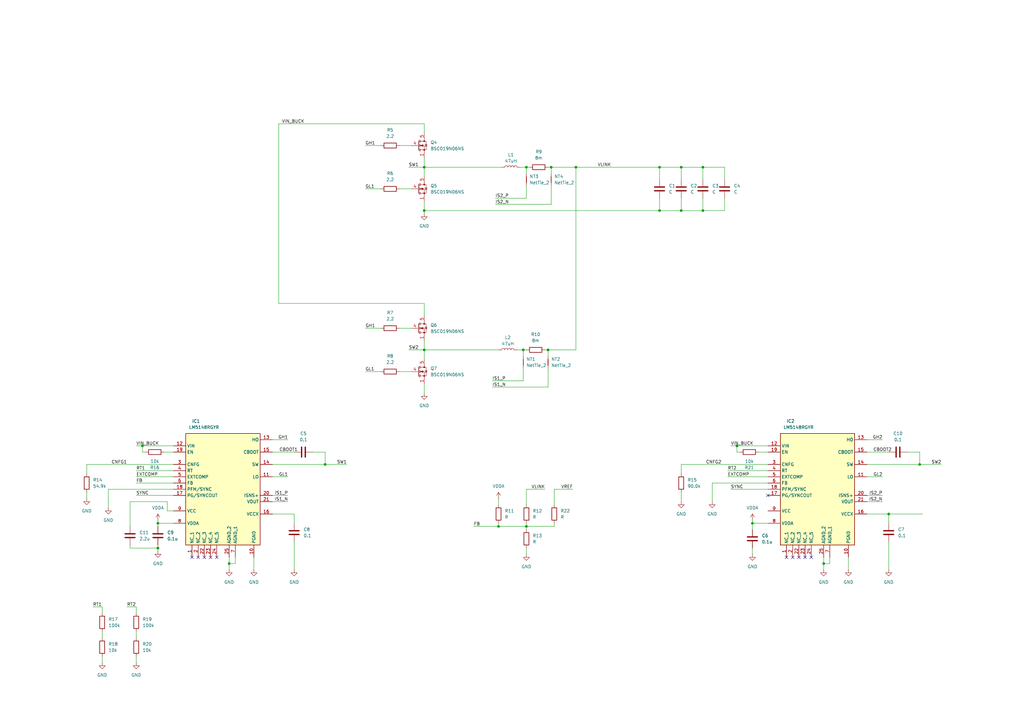
<source format=kicad_sch>
(kicad_sch (version 20250114) (generator "eeschema") (generator_version "9.0")
  (paper "A3")
  (lib_symbols
    (symbol "03_GenericPassives:Cap_0603" (pin_numbers (hide yes)) (pin_names (offset 0))
      (property "Reference" "C" (at 2.032 0 90))
      (property "Value" "C" (at 0 0 90))
      (symbol "Cap_0603_0_1"
        (polyline (pts (xy -2.032 0.762) (xy 2.032 0.762)) (stroke (width 0.508)))
        (polyline (pts (xy -2.032 -0.762) (xy 2.032 -0.762)) (stroke (width 0.508)))
      )
      (symbol "Cap_0603_1_1"
        (pin passive line (at 0 3.81 270) (length 2.794) (name "~") (number "1"))
        (pin passive line (at 0 -3.81 90) (length 2.794) (name "~") (number "2"))
      )
    )
    (symbol "03_GenericPassives:Cap_0805" (pin_numbers (hide yes)) (pin_names (offset 0))
      (property "Reference" "C" (at 2.032 0 90))
      (property "Value" "C" (at 0 0 90))
      (symbol "Cap_0805_0_1"
        (polyline (pts (xy -2.032 0.762) (xy 2.032 0.762)) (stroke (width 0.508)))
        (polyline (pts (xy -2.032 -0.762) (xy 2.032 -0.762)) (stroke (width 0.508)))
      )
      (symbol "Cap_0805_1_1"
        (pin passive line (at 0 3.81 270) (length 2.794) (name "~") (number "1"))
        (pin passive line (at 0 -3.81 90) (length 2.794) (name "~") (number "2"))
      )
    )
    (symbol "03_GenericPassives:Res_0603" (pin_numbers (hide yes)) (pin_names (offset 0))
      (property "Reference" "R" (at 2.032 0 90))
      (property "Value" "R" (at 0 0 90))
      (symbol "Res_0603_0_1"
        (rectangle (start -1.016 -2.54) (end 1.016 2.54) (stroke (width 0.254)))
      )
      (symbol "Res_0603_1_1"
        (pin passive line (at 0 3.81 270) (length 1.27) (name "~") (number "1"))
        (pin passive line (at 0 -3.81 90) (length 1.27) (name "~") (number "2"))
      )
    )
    (symbol "03_GenericPassives:Res_0805" (pin_numbers (hide yes)) (pin_names (offset 0))
      (property "Reference" "R" (at 2.032 0 90))
      (property "Value" "R" (at 0 0 90))
      (symbol "Res_0805_0_1"
        (rectangle (start -1.016 -2.54) (end 1.016 2.54) (stroke (width 0.254)))
      )
      (symbol "Res_0805_1_1"
        (pin passive line (at 0 3.81 270) (length 1.27) (name "~") (number "1"))
        (pin passive line (at 0 -3.81 90) (length 1.27) (name "~") (number "2"))
      )
    )
    (symbol "Device:C" (pin_numbers (hide yes)) (pin_names (offset 0.254))
      (property "Reference" "C" (at 0.635 2.54 0))
      (property "Value" "C" (at 0.635 -2.54 0))
      (symbol "C_0_1"
        (polyline (pts (xy -2.032 0.762) (xy 2.032 0.762)) (stroke (width 0.508)))
        (polyline (pts (xy -2.032 -0.762) (xy 2.032 -0.762)) (stroke (width 0.508)))
      )
      (symbol "C_1_1"
        (pin passive line (at 0 3.81 270) (length 2.794) (name "~") (number "1"))
        (pin passive line (at 0 -3.81 90) (length 2.794) (name "~") (number "2"))
      )
    )
    (symbol "Device:L" (pin_numbers (hide yes)) (pin_names (offset 1.016) (hide yes))
      (property "Reference" "L" (at -1.27 0 90))
      (property "Value" "L" (at 1.905 0 90))
      (symbol "L_0_1"
        (arc (start 0 2.54) (mid 0.6323 1.905) (end 0 1.27))
        (arc (start 0 1.27) (mid 0.6323 0.635) (end 0 0))
        (arc (start 0 0) (mid 0.6323 -0.635) (end 0 -1.27))
        (arc (start 0 -1.27) (mid 0.6323 -1.905) (end 0 -2.54))
      )
      (symbol "L_1_1"
        (pin passive line (at 0 3.81 270) (length 1.27) (name "1") (number "1"))
        (pin passive line (at 0 -3.81 90) (length 1.27) (name "2") (number "2"))
      )
    )
    (symbol "Device:NetTie_2" (pin_numbers (hide yes)) (pin_names (offset 0) (hide yes)) (in_bom no)
      (property "Reference" "NT" (at 0 1.27 0))
      (property "Value" "NetTie_2" (at 0 -1.27 0))
      (symbol "NetTie_2_0_1"
        (polyline (pts (xy -1.27 0) (xy 1.27 0)) (stroke (width 0.254)))
      )
      (symbol "NetTie_2_1_1"
        (pin passive line (at -2.54 0 0) (length 2.54) (name "1") (number "1"))
        (pin passive line (at 2.54 0 180) (length 2.54) (name "2") (number "2"))
      )
    )
    (symbol "Device:R" (pin_numbers (hide yes)) (pin_names (offset 0))
      (property "Reference" "R" (at 2.032 0 90))
      (property "Value" "R" (at 0 0 90))
      (symbol "R_0_1"
        (rectangle (start -1.016 -2.54) (end 1.016 2.54) (stroke (width 0.254)))
      )
      (symbol "R_1_1"
        (pin passive line (at 0 3.81 270) (length 1.27) (name "~") (number "1"))
        (pin passive line (at 0 -3.81 90) (length 1.27) (name "~") (number "2"))
      )
    )
    (symbol "SamacSys:BSC019N06NS"
      (property "Reference" "Q" (at 8.89 6.35 0))
      (property "Value" "BSC019N06NS" (at 8.89 3.81 0))
      (symbol "BSC019N06NS_0_1"
        (polyline (pts (xy 2.794 1.905) (xy 2.794 -1.905)) (stroke (width 0.254)))
        (polyline (pts (xy 3.302 2.286) (xy 3.302 1.27)) (stroke (width 0.254)))
        (polyline (pts (xy 3.302 0.508) (xy 3.302 -0.508)) (stroke (width 0.254)))
        (polyline (pts (xy 3.302 -1.27) (xy 3.302 -2.286)) (stroke (width 0.254)))
        (polyline (pts (xy 3.302 -1.778) (xy 5.842 -1.778) (xy 5.842 1.778) (xy 3.302 1.778)))
        (polyline (pts (xy 3.556 0) (xy 4.572 0.381) (xy 4.572 -0.381) (xy 3.556 0)) (fill (type outline)))
        (polyline (pts (xy 5.08 2.54) (xy 5.08 1.778)))
        (circle (center 5.08 1.778) (radius 0.254) (fill (type outline)))
        (circle (center 5.08 -1.778) (radius 0.254) (fill (type outline)))
        (polyline (pts (xy 5.08 -2.54) (xy 5.08 0) (xy 3.302 0)))
        (polyline (pts (xy 5.334 0.508) (xy 5.461 0.381) (xy 6.223 0.381) (xy 6.35 0.254)))
        (polyline (pts (xy 5.842 0.381) (xy 5.461 -0.254) (xy 6.223 -0.254) (xy 5.842 0.381)))
      )
      (symbol "BSC019N06NS_1_1"
        (pin passive line (at 0 0 0) (length 2.54) (name "") (number "4"))
        (pin passive line (at 5.08 5.08 270) (length 2.54) (name "") (number "5"))
        (pin passive line (at 5.08 5.08 270) (length 2.54) (hide yes) (name "D_2") (number "6"))
        (pin passive line (at 5.08 5.08 270) (length 2.54) (hide yes) (name "D_3") (number "7"))
        (pin passive line (at 5.08 5.08 270) (length 2.54) (hide yes) (name "D_4") (number "8"))
        (pin passive line (at 5.08 5.08 270) (length 2.54) (hide yes) (name "D_5") (number "9"))
        (pin passive line (at 5.08 -5.08 90) (length 2.54) (name "") (number "1"))
        (pin passive line (at 5.08 -5.08 90) (length 2.54) (hide yes) (name "S_4") (number "10"))
        (pin passive line (at 5.08 -5.08 90) (length 2.54) (hide yes) (name "S_2") (number "2"))
        (pin passive line (at 5.08 -5.08 90) (length 2.54) (hide yes) (name "S_3") (number "3"))
      )
    )
    (symbol "SamacSys:LM5148RGYR"
      (property "Reference" "IC" (at 5.08 17.78 0))
      (property "Value" "LM5148RGYR" (at 5.08 15.24 0))
      (symbol "LM5148RGYR_1_1"
        (rectangle (start 5.08 12.7) (end 35.56 -33.02) (stroke (width 0.254)) (fill (type background)))
        (pin passive line (at 0 7.62 0) (length 5.08) (name "VIN") (number "12"))
        (pin passive line (at 0 5.08 0) (length 5.08) (name "EN") (number "19"))
        (pin passive line (at 0 0 0) (length 5.08) (name "CNFG") (number "3"))
        (pin passive line (at 0 -2.54 0) (length 5.08) (name "RT") (number "4"))
        (pin passive line (at 0 -5.08 0) (length 5.08) (name "EXTCOMP") (number "5"))
        (pin passive line (at 0 -7.62 0) (length 5.08) (name "FB") (number "6"))
        (pin passive line (at 0 -10.16 0) (length 5.08) (name "PFM/SYNC") (number "18"))
        (pin passive line (at 0 -12.7 0) (length 5.08) (name "PG/SYNCOUT") (number "17"))
        (pin passive line (at 0 -19.05 0) (length 5.08) (name "VCC") (number "9"))
        (pin passive line (at 0 -24.13 0) (length 5.08) (name "VDDA") (number "8"))
        (pin passive line (at 7.62 -38.1 90) (length 5.08) (name "NC_1") (number "1"))
        (pin passive line (at 10.16 -38.1 90) (length 5.08) (name "NC_2") (number "2"))
        (pin passive line (at 12.7 -38.1 90) (length 5.08) (name "NC_3") (number "22"))
        (pin passive line (at 15.24 -38.1 90) (length 5.08) (name "NC_4") (number "23"))
        (pin passive line (at 17.78 -38.1 90) (length 5.08) (name "NC_5") (number "24"))
        (pin passive line (at 22.86 -38.1 90) (length 5.08) (name "AGND_2") (number "25"))
        (pin passive line (at 25.4 -38.1 90) (length 5.08) (name "AGND_1") (number "7"))
        (pin passive line (at 33.02 -38.1 90) (length 5.08) (name "PGND") (number "10"))
        (pin passive line (at 40.64 10.16 180) (length 5.08) (name "HO") (number "13"))
        (pin passive line (at 40.64 5.08 180) (length 5.08) (name "CBOOT") (number "15"))
        (pin passive line (at 40.64 0 180) (length 5.08) (name "SW") (number "14"))
        (pin passive line (at 40.64 -5.08 180) (length 5.08) (name "LO") (number "11"))
        (pin passive line (at 40.64 -12.7 180) (length 5.08) (name "ISNS+") (number "20"))
        (pin passive line (at 40.64 -15.24 180) (length 5.08) (name "VOUT") (number "21"))
        (pin passive line (at 40.64 -20.32 180) (length 5.08) (name "VCCX") (number "16"))
      )
    )
    (symbol "power:GND" (power) (pin_numbers (hide yes)) (pin_names (offset 0) (hide yes))
      (property "Value" "GND" (at 0 -3.81 0))
      (symbol "GND_0_1"
        (polyline (pts (xy 0 0) (xy 0 -1.27) (xy 1.27 -1.27) (xy 0 -2.54) (xy -1.27 -1.27) (xy 0 -1.27)))
      )
      (symbol "GND_1_1"
        (pin power_in line (at 0 0 270) (length 0) (name "~") (number "1"))
      )
    )
    (symbol "power:VDDA" (power) (pin_numbers (hide yes)) (pin_names (offset 0) (hide yes))
      (property "Value" "VDDA" (at 0 3.556 0))
      (symbol "VDDA_0_1"
        (polyline (pts (xy -0.762 1.27) (xy 0 2.54)))
        (polyline (pts (xy 0 2.54) (xy 0.762 1.27)))
        (polyline (pts (xy 0 0) (xy 0 2.54)))
      )
      (symbol "VDDA_1_1"
        (pin power_in line (at 0 0 90) (length 0) (name "~") (number "1"))
      )
    )
  )
  (junction (at 173.99 68.58))
  (junction (at 236.22 68.58))
  (junction (at 226.06 68.58))
  (junction (at 215.9 68.58))
  (junction (at 133.35 190.5))
  (junction (at 377.19 190.5))
  (junction (at 204.47 215.9))
  (junction (at 64.77 224.79))
  (junction (at 58.42 182.88))
  (junction (at 173.99 86.36))
  (junction (at 270.51 86.36))
  (junction (at 224.79 143.51))
  (junction (at 93.98 231.14))
  (junction (at 279.4 86.36))
  (junction (at 288.29 68.58))
  (junction (at 288.29 86.36))
  (junction (at 64.77 214.63))
  (junction (at 279.4 68.58))
  (junction (at 308.61 214.63))
  (junction (at 270.51 68.58))
  (junction (at 173.99 143.51))
  (junction (at 302.26 182.88))
  (junction (at 337.82 231.14))
  (junction (at 215.9 215.9))
  (junction (at 364.49 210.82))
  (junction (at 214.63 143.51))
  (no_connect (at 332.74 228.6))
  (no_connect (at 330.2 228.6))
  (no_connect (at 81.28 228.6))
  (no_connect (at 88.9 228.6))
  (no_connect (at 325.12 228.6))
  (no_connect (at 327.66 228.6))
  (no_connect (at 314.96 203.2))
  (no_connect (at 322.58 228.6))
  (no_connect (at 78.74 228.6))
  (no_connect (at 86.36 228.6))
  (no_connect (at 83.82 228.6))
  (wire (pts (xy 64.77 223.52) (xy 64.77 224.79)))
  (wire (pts (xy 149.86 152.4) (xy 156.21 152.4)))
  (wire (pts (xy 111.76 203.2) (xy 118.11 203.2)))
  (wire (pts (xy 337.82 231.14) (xy 340.36 231.14)))
  (wire (pts (xy 298.45 195.58) (xy 314.96 195.58)))
  (wire (pts (xy 223.52 143.51) (xy 224.79 143.51)))
  (wire (pts (xy 64.77 224.79) (xy 64.77 226.06)))
  (wire (pts (xy 355.6 203.2) (xy 361.95 203.2)))
  (wire (pts (xy 364.49 210.82) (xy 378.46 210.82)))
  (wire (pts (xy 163.83 59.69) (xy 168.91 59.69)))
  (wire (pts (xy 337.82 231.14) (xy 337.82 233.68)))
  (wire (pts (xy 55.88 198.12) (xy 71.12 198.12)))
  (wire (pts (xy 173.99 143.51) (xy 204.47 143.51)))
  (wire (pts (xy 292.1 198.12) (xy 292.1 205.74)))
  (wire (pts (xy 111.76 185.42) (xy 120.65 185.42)))
  (wire (pts (xy 372.11 185.42) (xy 377.19 185.42)))
  (wire (pts (xy 41.91 259.08) (xy 41.91 261.62)))
  (wire (pts (xy 203.2 81.28) (xy 215.9 81.28)))
  (wire (pts (xy 173.99 68.58) (xy 205.74 68.58)))
  (wire (pts (xy 71.12 200.66) (xy 44.45 200.66)))
  (wire (pts (xy 215.9 68.58) (xy 217.17 68.58)))
  (wire (pts (xy 355.6 195.58) (xy 361.95 195.58)))
  (wire (pts (xy 114.3 50.8) (xy 173.99 50.8)))
  (wire (pts (xy 64.77 214.63) (xy 64.77 215.9)))
  (wire (pts (xy 314.96 198.12) (xy 292.1 198.12)))
  (wire (pts (xy 44.45 200.66) (xy 44.45 208.28)))
  (wire (pts (xy 133.35 185.42) (xy 133.35 190.5)))
  (wire (pts (xy 68.58 205.74) (xy 68.58 209.55)))
  (wire (pts (xy 55.88 182.88) (xy 58.42 182.88)))
  (wire (pts (xy 298.45 193.04) (xy 314.96 193.04)))
  (wire (pts (xy 215.9 215.9) (xy 215.9 217.17)))
  (wire (pts (xy 173.99 157.48) (xy 173.99 161.29)))
  (wire (pts (xy 173.99 143.51) (xy 173.99 139.7)))
  (wire (pts (xy 163.83 134.62) (xy 168.91 134.62)))
  (wire (pts (xy 303.53 185.42) (xy 302.26 185.42)))
  (wire (pts (xy 347.98 228.6) (xy 347.98 233.68)))
  (wire (pts (xy 226.06 68.58) (xy 226.06 71.12)))
  (wire (pts (xy 224.79 143.51) (xy 236.22 143.51)))
  (wire (pts (xy 173.99 68.58) (xy 173.99 72.39)))
  (wire (pts (xy 93.98 231.14) (xy 96.52 231.14)))
  (wire (pts (xy 302.26 182.88) (xy 314.96 182.88)))
  (wire (pts (xy 226.06 76.2) (xy 226.06 83.82)))
  (wire (pts (xy 308.61 224.79) (xy 308.61 227.33)))
  (wire (pts (xy 311.15 185.42) (xy 314.96 185.42)))
  (wire (pts (xy 55.88 193.04) (xy 71.12 193.04)))
  (wire (pts (xy 111.76 190.5) (xy 133.35 190.5)))
  (wire (pts (xy 308.61 214.63) (xy 314.96 214.63)))
  (wire (pts (xy 297.18 68.58) (xy 288.29 68.58)))
  (wire (pts (xy 355.6 210.82) (xy 364.49 210.82)))
  (wire (pts (xy 224.79 143.51) (xy 224.79 146.05)))
  (wire (pts (xy 226.06 68.58) (xy 236.22 68.58)))
  (wire (pts (xy 96.52 228.6) (xy 96.52 231.14)))
  (wire (pts (xy 224.79 68.58) (xy 226.06 68.58)))
  (wire (pts (xy 270.51 81.28) (xy 270.51 86.36)))
  (wire (pts (xy 279.4 68.58) (xy 279.4 73.66)))
  (wire (pts (xy 111.76 180.34) (xy 118.11 180.34)))
  (wire (pts (xy 173.99 124.46) (xy 114.3 124.46)))
  (wire (pts (xy 236.22 68.58) (xy 236.22 143.51)))
  (wire (pts (xy 173.99 86.36) (xy 270.51 86.36)))
  (wire (pts (xy 68.58 209.55) (xy 71.12 209.55)))
  (wire (pts (xy 111.76 195.58) (xy 118.11 195.58)))
  (wire (pts (xy 288.29 73.66) (xy 288.29 68.58)))
  (wire (pts (xy 194.31 215.9) (xy 204.47 215.9)))
  (wire (pts (xy 149.86 59.69) (xy 156.21 59.69)))
  (wire (pts (xy 355.6 185.42) (xy 364.49 185.42)))
  (wire (pts (xy 173.99 129.54) (xy 173.99 124.46)))
  (wire (pts (xy 128.27 185.42) (xy 133.35 185.42)))
  (wire (pts (xy 204.47 215.9) (xy 215.9 215.9)))
  (wire (pts (xy 67.31 185.42) (xy 71.12 185.42)))
  (wire (pts (xy 111.76 205.74) (xy 118.11 205.74)))
  (wire (pts (xy 223.52 200.66) (xy 215.9 200.66)))
  (wire (pts (xy 215.9 214.63) (xy 215.9 215.9)))
  (wire (pts (xy 104.14 228.6) (xy 104.14 233.68)))
  (wire (pts (xy 53.34 205.74) (xy 53.34 215.9)))
  (wire (pts (xy 58.42 182.88) (xy 71.12 182.88)))
  (wire (pts (xy 167.64 68.58) (xy 173.99 68.58)))
  (wire (pts (xy 297.18 81.28) (xy 297.18 86.36)))
  (wire (pts (xy 173.99 143.51) (xy 173.99 147.32)))
  (wire (pts (xy 364.49 210.82) (xy 364.49 214.63)))
  (wire (pts (xy 133.35 190.5) (xy 142.24 190.5)))
  (wire (pts (xy 224.79 151.13) (xy 224.79 158.75)))
  (wire (pts (xy 314.96 190.5) (xy 279.4 190.5)))
  (wire (pts (xy 93.98 231.14) (xy 93.98 233.68)))
  (wire (pts (xy 234.95 200.66) (xy 227.33 200.66)))
  (wire (pts (xy 340.36 228.6) (xy 340.36 231.14)))
  (wire (pts (xy 35.56 190.5) (xy 35.56 194.31)))
  (wire (pts (xy 52.07 248.92) (xy 55.88 248.92)))
  (wire (pts (xy 68.58 205.74) (xy 53.34 205.74)))
  (wire (pts (xy 53.34 223.52) (xy 53.34 224.79)))
  (wire (pts (xy 227.33 215.9) (xy 215.9 215.9)))
  (wire (pts (xy 64.77 214.63) (xy 71.12 214.63)))
  (wire (pts (xy 55.88 195.58) (xy 71.12 195.58)))
  (wire (pts (xy 270.51 68.58) (xy 270.51 73.66)))
  (wire (pts (xy 227.33 214.63) (xy 227.33 215.9)))
  (wire (pts (xy 41.91 248.92) (xy 41.91 251.46)))
  (wire (pts (xy 173.99 64.77) (xy 173.99 68.58)))
  (wire (pts (xy 201.93 158.75) (xy 224.79 158.75)))
  (wire (pts (xy 201.93 156.21) (xy 214.63 156.21)))
  (wire (pts (xy 173.99 86.36) (xy 173.99 87.63)))
  (wire (pts (xy 297.18 73.66) (xy 297.18 68.58)))
  (wire (pts (xy 236.22 68.58) (xy 270.51 68.58)))
  (wire (pts (xy 120.65 210.82) (xy 120.65 214.63)))
  (wire (pts (xy 308.61 214.63) (xy 308.61 217.17)))
  (wire (pts (xy 377.19 190.5) (xy 386.08 190.5)))
  (wire (pts (xy 299.72 182.88) (xy 302.26 182.88)))
  (wire (pts (xy 215.9 200.66) (xy 215.9 207.01)))
  (wire (pts (xy 167.64 143.51) (xy 173.99 143.51)))
  (wire (pts (xy 120.65 222.25) (xy 120.65 233.68)))
  (wire (pts (xy 377.19 185.42) (xy 377.19 190.5)))
  (wire (pts (xy 149.86 134.62) (xy 156.21 134.62)))
  (wire (pts (xy 215.9 76.2) (xy 215.9 81.28)))
  (wire (pts (xy 59.69 185.42) (xy 58.42 185.42)))
  (wire (pts (xy 212.09 143.51) (xy 214.63 143.51)))
  (wire (pts (xy 215.9 224.79) (xy 215.9 227.33)))
  (wire (pts (xy 215.9 68.58) (xy 215.9 71.12)))
  (wire (pts (xy 337.82 228.6) (xy 337.82 231.14)))
  (wire (pts (xy 288.29 86.36) (xy 279.4 86.36)))
  (wire (pts (xy 111.76 210.82) (xy 120.65 210.82)))
  (wire (pts (xy 297.18 86.36) (xy 288.29 86.36)))
  (wire (pts (xy 288.29 68.58) (xy 279.4 68.58)))
  (wire (pts (xy 308.61 213.36) (xy 308.61 214.63)))
  (wire (pts (xy 55.88 269.24) (xy 55.88 271.78)))
  (wire (pts (xy 279.4 190.5) (xy 279.4 194.31)))
  (wire (pts (xy 41.91 269.24) (xy 41.91 271.78)))
  (wire (pts (xy 270.51 68.58) (xy 279.4 68.58)))
  (wire (pts (xy 214.63 151.13) (xy 214.63 156.21)))
  (wire (pts (xy 114.3 124.46) (xy 114.3 50.8)))
  (wire (pts (xy 163.83 152.4) (xy 168.91 152.4)))
  (wire (pts (xy 71.12 190.5) (xy 35.56 190.5)))
  (wire (pts (xy 355.6 180.34) (xy 361.95 180.34)))
  (wire (pts (xy 38.1 248.92) (xy 41.91 248.92)))
  (wire (pts (xy 204.47 214.63) (xy 204.47 215.9)))
  (wire (pts (xy 53.34 224.79) (xy 64.77 224.79)))
  (wire (pts (xy 214.63 143.51) (xy 215.9 143.51)))
  (wire (pts (xy 163.83 77.47) (xy 168.91 77.47)))
  (wire (pts (xy 55.88 203.2) (xy 71.12 203.2)))
  (wire (pts (xy 64.77 213.36) (xy 64.77 214.63)))
  (wire (pts (xy 270.51 86.36) (xy 279.4 86.36)))
  (wire (pts (xy 55.88 248.92) (xy 55.88 251.46)))
  (wire (pts (xy 288.29 81.28) (xy 288.29 86.36)))
  (wire (pts (xy 364.49 222.25) (xy 364.49 233.68)))
  (wire (pts (xy 173.99 82.55) (xy 173.99 86.36)))
  (wire (pts (xy 355.6 190.5) (xy 377.19 190.5)))
  (wire (pts (xy 299.72 200.66) (xy 314.96 200.66)))
  (wire (pts (xy 35.56 201.93) (xy 35.56 204.47)))
  (wire (pts (xy 204.47 204.47) (xy 204.47 207.01)))
  (wire (pts (xy 302.26 185.42) (xy 302.26 182.88)))
  (wire (pts (xy 203.2 83.82) (xy 226.06 83.82)))
  (wire (pts (xy 93.98 228.6) (xy 93.98 231.14)))
  (wire (pts (xy 173.99 50.8) (xy 173.99 54.61)))
  (wire (pts (xy 355.6 205.74) (xy 361.95 205.74)))
  (wire (pts (xy 214.63 143.51) (xy 214.63 146.05)))
  (wire (pts (xy 213.36 68.58) (xy 215.9 68.58)))
  (wire (pts (xy 58.42 185.42) (xy 58.42 182.88)))
  (wire (pts (xy 279.4 81.28) (xy 279.4 86.36)))
  (wire (pts (xy 55.88 259.08) (xy 55.88 261.62)))
  (wire (pts (xy 279.4 201.93) (xy 279.4 205.74)))
  (wire (pts (xy 227.33 200.66) (xy 227.33 207.01)))
  (wire (pts (xy 149.86 77.47) (xy 156.21 77.47)))
  (label "RT1" (at 55.88 193.04 0))
  (label "GL1" (at 118.11 195.58 180))
  (label "RT1" (at 38.1 248.92 0))
  (label "GL1" (at 149.86 152.4 0))
  (label "EXTCOMP" (at 55.88 195.58 0))
  (label "IS1_N" (at 201.93 158.75 0))
  (label "IS1_N" (at 118.11 205.74 180))
  (label "VLINK" (at 223.52 200.66 180))
  (label "FB" (at 55.88 198.12 0))
  (label "SW2" (at 386.08 190.5 180))
  (label "CNFG1" (at 52.07 190.5 180))
  (label "VIN_BUCK" (at 55.88 182.88 0))
  (label "GH2" (at 361.95 180.34 180))
  (label "VIN_BUCK" (at 299.72 182.88 0))
  (label "IS1_P" (at 118.11 203.2 180))
  (label "IS2_N" (at 361.95 205.74 180))
  (label "EXTCOMP" (at 298.45 195.58 0))
  (label "CBOOT1" (at 114.5274 185.42 0))
  (label "RT2" (at 52.07 248.92 0))
  (label "IS2_N" (at 203.2 83.82 0))
  (label "SYNC" (at 299.72 200.66 0))
  (label "SW1" (at 142.24 190.5 180))
  (label "VREF" (at 234.95 200.66 180))
  (label "SYNC" (at 55.88 203.2 0))
  (label "CNFG2" (at 295.91 190.5 180))
  (label "IS2_P" (at 203.2 81.28 0))
  (label "RT2" (at 298.45 193.04 0))
  (label "GH1" (at 118.11 180.34 180))
  (label "IS2_P" (at 361.95 203.2 180))
  (label "VIN_BUCK" (at 115.57 50.8 0))
  (label "SW1" (at 167.64 68.58 0))
  (label "GH1" (at 149.86 134.62 0))
  (label "GL2" (at 361.95 195.58 180))
  (label "GL1" (at 149.86 77.47 0))
  (label "CBOOT2" (at 358.14 185.42 0))
  (label "GH1" (at 149.86 59.69 0))
  (label "IS1_P" (at 201.93 156.21 0))
  (label "SW2" (at 167.64 143.51 0))
  (label "FB" (at 194.31 215.9 0))
  (label "VLINK" (at 245.11 68.58 0))
  (symbol (lib_id "03_GenericPassives:Res_0805") (at 160.02 134.62 90) (unit 1)
    (property "Reference" "R7" (at 160.02 128.27 90))
    (property "Value" "2.2" (at 160.02 130.81 90))
    (property "Footprint" "Resistor_SMD:R_0805_2012Metric" (effects (hide yes)))
    (property "Description" "Resistor 0805 Package" (effects (hide yes)))
    (property "Mount" "SMD" (effects (hide yes)))
    (property "Package" "0805" (effects (hide yes)))
  )
  (symbol (lib_id "Device:L") (at 208.28 143.51 90) (unit 1)
    (property "Reference" "L2" (at 208.28 138.43 90))
    (property "Value" "47uH" (at 208.28 140.97 90))
    (property "Footprint" "Inductor_SMD:L_12x12mm_H6mm" (effects (hide yes)))
    (property "Description" "Inductor" (effects (hide yes)))
    (property "Manufacturer Part Number" "AMDLA1306S-470MT" (effects (hide yes)))
  )
  (symbol (lib_id "power:GND") (at 41.91 271.78 0) (unit 1)
    (property "Reference" "#PWR019" (effects (hide yes)))
    (property "Value" "GND" (at 41.91 276.86 0))
    (property "Description" "Power symbol creates a global label with name \"GND\" , ground" (effects (hide yes)))
  )
  (symbol (lib_id "power:GND") (at 93.98 233.68 0) (unit 1)
    (property "Reference" "#PWR07" (effects (hide yes)))
    (property "Value" "GND" (at 93.98 238.76 0))
    (property "Description" "Power symbol creates a global label with name \"GND\" , ground" (effects (hide yes)))
  )
  (symbol (lib_id "Device:L") (at 209.55 68.58 90) (unit 1)
    (property "Reference" "L1" (at 209.55 63.5 90))
    (property "Value" "47uH" (at 209.55 66.04 90))
    (property "Footprint" "Inductor_SMD:L_12x12mm_H6mm" (effects (hide yes)))
    (property "Description" "Inductor" (effects (hide yes)))
    (property "Manufacturer Part Number" "AMDLA1306S-470MT" (effects (hide yes)))
  )
  (symbol (lib_id "Device:R") (at 220.98 68.58 90) (unit 1)
    (property "Reference" "R9" (at 220.98 62.23 90))
    (property "Value" "8m" (at 220.98 64.77 90))
    (property "Footprint" "Resistor_SMD:R_0508_1220Metric" (effects (hide yes)))
    (property "Description" "Resistor" (effects (hide yes)))
    (property "Manufacturer Part Number" "KRL2012E-M-R008-F-T5" (effects (hide yes)))
    (property "Link" "https://www.mouser.it/ProductDetail/Susumu/KRL2012E-M-R008-F-T5?qs=B%2FFHBzrwtka5mUFS%252BKkJCg%3D%3D" (effects (hide yes)))
    (property "Mouser Part Number" "754-KRL2012EMR008FT5" (effects (hide yes)))
  )
  (symbol (lib_id "Device:C") (at 270.51 77.47 0) (unit 1)
    (property "Reference" "C1" (at 274.32 76.1999 0) (effects (justify left)))
    (property "Value" "C" (at 274.32 78.7399 0) (effects (justify left)))
    (property "Footprint" "Capacitor_SMD:C_1206_3216Metric" (effects (hide yes)))
    (property "Description" "Unpolarized capacitor" (effects (hide yes)))
  )
  (symbol (lib_id "Device:NetTie_2") (at 215.9 73.66 90) (unit 1) (in_bom no)
    (property "Reference" "NT3" (at 217.17 72.3899 90) (effects (justify right)))
    (property "Value" "NetTie_2" (at 217.17 74.9299 90) (effects (justify right)))
    (property "Description" "Net tie, 2 pins" (effects (hide yes)))
  )
  (symbol (lib_id "03_GenericPassives:Cap_0603") (at 124.46 185.42 90) (unit 1)
    (property "Reference" "C5" (at 124.46 177.8 90))
    (property "Value" "0.1" (at 124.46 180.34 90))
    (property "Footprint" "Capacitor_SMD:C_0603_1608Metric" (effects (hide yes)))
    (property "Description" "Capacitor 0603 Package" (effects (hide yes)))
    (property "Mount" "SMD" (effects (hide yes)))
    (property "Package" "0603" (effects (hide yes)))
  )
  (symbol (lib_id "03_GenericPassives:Res_0805") (at 63.5 185.42 90) (mirror x) (unit 1)
    (property "Reference" "R16" (at 63.5 191.77 90))
    (property "Value" "10k" (at 63.5 189.23 90))
    (property "Footprint" "Resistor_SMD:R_0805_2012Metric" (effects (hide yes)))
    (property "Description" "Resistor 0805 Package" (effects (hide yes)))
    (property "Mount" "SMD" (effects (hide yes)))
    (property "Package" "0805" (effects (hide yes)))
  )
  (symbol (lib_id "power:GND") (at 337.82 233.68 0) (unit 1)
    (property "Reference" "#PWR016" (effects (hide yes)))
    (property "Value" "GND" (at 337.82 238.76 0))
    (property "Description" "Power symbol creates a global label with name \"GND\" , ground" (effects (hide yes)))
  )
  (symbol (lib_id "SamacSys:LM5148RGYR") (at 71.12 190.5 0) (unit 1)
    (property "Reference" "IC1" (at 78.74 172.72 0) (effects (justify left)))
    (property "Value" "LM5148RGYR" (at 77.47 175.26 0) (effects (justify left)))
    (property "Footprint" "Samacsys:LM5148RGYR" (effects (hide yes)))
    (property "Datasheet" "https://www.ti.com/lit/ds/symlink/lm5148.pdf?ts=1680990210570&ref_url=https%253A%252F%252Fwww.ti.com%252Fproduct%252FLM5148" (effects (hide yes)))
    (property "Description" "Switching Controllers 3.5-V to 80-V, current mode synchronous buck controller" (effects (hide yes)))
    (property "Height" "1" (effects (hide yes)))
    (property "Mouser Part Number" "595-LM5148RGYR" (effects (hide yes)))
    (property "Mouser Price/Stock" "https://www.mouser.co.uk/ProductDetail/Texas-Instruments/LM5148RGYR?qs=Jm2GQyTW%2FbgsJOyzcNbTmw%3D%3D" (effects (hide yes)))
    (property "Manufacturer_Name" "Texas Instruments" (effects (hide yes)))
    (property "Manufacturer_Part_Number" "LM5148RGYR" (effects (hide yes)))
  )
  (symbol (lib_id "03_GenericPassives:Res_0603") (at 35.56 198.12 0) (unit 1)
    (property "Reference" "R14" (at 38.1 196.8499 0) (effects (justify left)))
    (property "Value" "54.9k" (at 38.1 199.3899 0) (effects (justify left)))
    (property "Footprint" "Resistor_SMD:R_0603_1608Metric" (effects (hide yes)))
    (property "Description" "Resistor 0603 Package" (effects (hide yes)))
    (property "Mount" "SMD" (effects (hide yes)))
    (property "Package" "0603" (effects (hide yes)))
  )
  (symbol (lib_id "Device:NetTie_2") (at 226.06 73.66 90) (unit 1) (in_bom no)
    (property "Reference" "NT4" (at 227.33 72.3899 90) (effects (justify right)))
    (property "Value" "NetTie_2" (at 227.33 74.9299 90) (effects (justify right)))
    (property "Description" "Net tie, 2 pins" (effects (hide yes)))
  )
  (symbol (lib_id "03_GenericPassives:Res_0603") (at 55.88 255.27 0) (unit 1)
    (property "Reference" "R19" (at 58.42 253.9999 0) (effects (justify left)))
    (property "Value" "100k" (at 58.42 256.5399 0) (effects (justify left)))
    (property "Footprint" "Resistor_SMD:R_0603_1608Metric" (effects (hide yes)))
    (property "Description" "Resistor 0603 Package" (effects (hide yes)))
    (property "Mount" "SMD" (effects (hide yes)))
    (property "Package" "0603" (effects (hide yes)))
  )
  (symbol (lib_id "SamacSys:LM5148RGYR") (at 314.96 190.5 0) (unit 1)
    (property "Reference" "IC2" (at 322.58 172.72 0) (effects (justify left)))
    (property "Value" "LM5148RGYR" (at 321.31 175.26 0) (effects (justify left)))
    (property "Footprint" "Samacsys:LM5148RGYR" (effects (hide yes)))
    (property "Datasheet" "https://www.ti.com/lit/ds/symlink/lm5148.pdf?ts=1680990210570&ref_url=https%253A%252F%252Fwww.ti.com%252Fproduct%252FLM5148" (effects (hide yes)))
    (property "Description" "Switching Controllers 3.5-V to 80-V, current mode synchronous buck controller" (effects (hide yes)))
    (property "Height" "1" (effects (hide yes)))
    (property "Mouser Part Number" "595-LM5148RGYR" (effects (hide yes)))
    (property "Mouser Price/Stock" "https://www.mouser.co.uk/ProductDetail/Texas-Instruments/LM5148RGYR?qs=Jm2GQyTW%2FbgsJOyzcNbTmw%3D%3D" (effects (hide yes)))
    (property "Manufacturer_Name" "Texas Instruments" (effects (hide yes)))
    (property "Manufacturer_Part_Number" "LM5148RGYR" (effects (hide yes)))
  )
  (symbol (lib_id "03_GenericPassives:Cap_0805") (at 308.61 220.98 0) (unit 1)
    (property "Reference" "C6" (at 312.42 219.7099 0) (effects (justify left)))
    (property "Value" "0.1u" (at 312.42 222.2499 0) (effects (justify left)))
    (property "Footprint" "Capacitor_SMD:C_0805_2012Metric" (effects (hide yes)))
    (property "Description" "Capacitor 0805 Package" (effects (hide yes)))
    (property "Mount" "SMD" (effects (hide yes)))
    (property "Package" "0805" (effects (hide yes)))
    (property "Voltage" "25V" (effects (hide yes)))
  )
  (symbol (lib_id "power:GND") (at 173.99 87.63 0) (unit 1)
    (property "Reference" "#PWR03" (effects (hide yes)))
    (property "Value" "GND" (at 173.99 92.71 0))
    (property "Description" "Power symbol creates a global label with name \"GND\" , ground" (effects (hide yes)))
  )
  (symbol (lib_id "SamacSys:BSC019N06NS") (at 168.91 59.69 0) (unit 1)
    (property "Reference" "Q4" (at 176.53 58.4199 0) (effects (justify left)))
    (property "Value" "BSC019N06NS" (at 176.53 60.9599 0) (effects (justify left)))
    (property "Footprint" "Samacsys:IPC100N04S51R2ATMA1" (effects (hide yes)))
    (property "Datasheet" "https://www.infineon.com/dgdl/Infineon-IAUCN08S7N034-DataSheet-v01_00-EN.pdf?fileId=8ac78c8c919c9f9d0191a6a090d47fd3" (effects (hide yes)))
    (property "Description" "MOSFETs MOSFET_(75V 120V(" (effects (hide yes)))
    (property "Height" "1.1" (effects (hide yes)))
    (property "Manufacturer_Name" "Infineon" (effects (hide yes)))
    (property "Manufacturer_Part_Number" "IAUCN08S7N034ATMA1" (effects (hide yes)))
  )
  (symbol (lib_id "03_GenericPassives:Res_0805") (at 307.34 185.42 90) (mirror x) (unit 1)
    (property "Reference" "R21" (at 307.34 191.77 90))
    (property "Value" "10k" (at 307.34 189.23 90))
    (property "Footprint" "Resistor_SMD:R_0805_2012Metric" (effects (hide yes)))
    (property "Description" "Resistor 0805 Package" (effects (hide yes)))
    (property "Mount" "SMD" (effects (hide yes)))
    (property "Package" "0805" (effects (hide yes)))
  )
  (symbol (lib_id "power:GND") (at 292.1 205.74 0) (unit 1)
    (property "Reference" "#PWR022" (effects (hide yes)))
    (property "Value" "GND" (at 292.1 210.82 0))
    (property "Description" "Power symbol creates a global label with name \"GND\" , ground" (effects (hide yes)))
  )
  (symbol (lib_id "Device:R") (at 219.71 143.51 90) (unit 1)
    (property "Reference" "R10" (at 219.71 137.16 90))
    (property "Value" "8m" (at 219.71 139.7 90))
    (property "Footprint" "Resistor_SMD:R_0508_1220Metric" (effects (hide yes)))
    (property "Description" "Resistor" (effects (hide yes)))
    (property "Manufacturer Part Number" "KRL2012E-M-R008-F-T5" (effects (hide yes)))
    (property "Link" "https://www.mouser.it/ProductDetail/Susumu/KRL2012E-M-R008-F-T5?qs=B%2FFHBzrwtka5mUFS%252BKkJCg%3D%3D" (effects (hide yes)))
    (property "Mouser Part Number" "754-KRL2012EMR008FT5" (effects (hide yes)))
  )
  (symbol (lib_id "power:GND") (at 64.77 226.06 0) (unit 1)
    (property "Reference" "#PWR09" (effects (hide yes)))
    (property "Value" "GND" (at 64.77 231.14 0))
    (property "Description" "Power symbol creates a global label with name \"GND\" , ground" (effects (hide yes)))
  )
  (symbol (lib_id "03_GenericPassives:Cap_0805") (at 53.34 219.71 0) (unit 1)
    (property "Reference" "C11" (at 57.15 218.4399 0) (effects (justify left)))
    (property "Value" "2.2u" (at 57.15 220.9799 0) (effects (justify left)))
    (property "Footprint" "Capacitor_SMD:C_0805_2012Metric" (effects (hide yes)))
    (property "Description" "Capacitor 0805 Package" (effects (hide yes)))
    (property "Mount" "SMD" (effects (hide yes)))
    (property "Package" "0805" (effects (hide yes)))
    (property "Voltage" "25V" (effects (hide yes)))
  )
  (symbol (lib_id "03_GenericPassives:Res_0805") (at 160.02 77.47 90) (unit 1)
    (property "Reference" "R6" (at 160.02 71.12 90))
    (property "Value" "2.2" (at 160.02 73.66 90))
    (property "Footprint" "Resistor_SMD:R_0805_2012Metric" (effects (hide yes)))
    (property "Description" "Resistor 0805 Package" (effects (hide yes)))
    (property "Mount" "SMD" (effects (hide yes)))
    (property "Package" "0805" (effects (hide yes)))
  )
  (symbol (lib_id "power:GND") (at 364.49 233.68 0) (unit 1)
    (property "Reference" "#PWR018" (effects (hide yes)))
    (property "Value" "GND" (at 364.49 238.76 0))
    (property "Description" "Power symbol creates a global label with name \"GND\" , ground" (effects (hide yes)))
  )
  (symbol (lib_id "03_GenericPassives:Res_0603") (at 41.91 265.43 0) (unit 1)
    (property "Reference" "R18" (at 44.45 264.1599 0) (effects (justify left)))
    (property "Value" "10k" (at 44.45 266.6999 0) (effects (justify left)))
    (property "Footprint" "Resistor_SMD:R_0603_1608Metric" (effects (hide yes)))
    (property "Description" "Resistor 0603 Package" (effects (hide yes)))
    (property "Mount" "SMD" (effects (hide yes)))
    (property "Package" "0603" (effects (hide yes)))
  )
  (symbol (lib_id "03_GenericPassives:Res_0603") (at 227.33 210.82 0) (unit 1)
    (property "Reference" "R22" (at 229.87 209.5499 0) (effects (justify left)))
    (property "Value" "R" (at 229.87 212.0899 0) (effects (justify left)))
    (property "Footprint" "Resistor_SMD:R_0603_1608Metric" (effects (hide yes)))
    (property "Description" "Resistor 0603 Package" (effects (hide yes)))
    (property "Mount" "SMD" (effects (hide yes)))
    (property "Package" "0603" (effects (hide yes)))
  )
  (symbol (lib_id "03_GenericPassives:Res_0603") (at 41.91 255.27 0) (unit 1)
    (property "Reference" "R17" (at 44.45 253.9999 0) (effects (justify left)))
    (property "Value" "100k" (at 44.45 256.5399 0) (effects (justify left)))
    (property "Footprint" "Resistor_SMD:R_0603_1608Metric" (effects (hide yes)))
    (property "Description" "Resistor 0603 Package" (effects (hide yes)))
    (property "Mount" "SMD" (effects (hide yes)))
    (property "Package" "0603" (effects (hide yes)))
  )
  (symbol (lib_id "03_GenericPassives:Res_0603") (at 279.4 198.12 0) (unit 1)
    (property "Reference" "R15" (at 281.94 196.8499 0) (effects (justify left)))
    (property "Value" "90.0k" (at 281.94 199.3899 0) (effects (justify left)))
    (property "Footprint" "Resistor_SMD:R_0603_1608Metric" (effects (hide yes)))
    (property "Description" "Resistor 0603 Package" (effects (hide yes)))
    (property "Mount" "SMD" (effects (hide yes)))
    (property "Package" "0603" (effects (hide yes)))
  )
  (symbol (lib_id "SamacSys:BSC019N06NS") (at 168.91 152.4 0) (unit 1)
    (property "Reference" "Q7" (at 176.53 151.1299 0) (effects (justify left)))
    (property "Value" "BSC019N06NS" (at 176.53 153.6699 0) (effects (justify left)))
    (property "Footprint" "Samacsys:IPC100N04S51R2ATMA1" (effects (hide yes)))
    (property "Datasheet" "https://www.infineon.com/dgdl/Infineon-IAUCN08S7N034-DataSheet-v01_00-EN.pdf?fileId=8ac78c8c919c9f9d0191a6a090d47fd3" (effects (hide yes)))
    (property "Description" "MOSFETs MOSFET_(75V 120V(" (effects (hide yes)))
    (property "Height" "1.1" (effects (hide yes)))
    (property "Manufacturer_Name" "Infineon" (effects (hide yes)))
    (property "Manufacturer_Part_Number" "IAUCN08S7N034ATMA1" (effects (hide yes)))
  )
  (symbol (lib_id "power:GND") (at 308.61 227.33 0) (unit 1)
    (property "Reference" "#PWR015" (effects (hide yes)))
    (property "Value" "GND" (at 308.61 232.41 0))
    (property "Description" "Power symbol creates a global label with name \"GND\" , ground" (effects (hide yes)))
  )
  (symbol (lib_id "power:VDDA") (at 308.61 213.36 0) (unit 1)
    (property "Reference" "#PWR014" (effects (hide yes)))
    (property "Value" "VDDA" (at 308.61 208.28 0))
    (property "Description" "Power symbol creates a global label with name \"VDDA\"" (effects (hide yes)))
  )
  (symbol (lib_id "power:GND") (at 120.65 233.68 0) (unit 1)
    (property "Reference" "#PWR05" (effects (hide yes)))
    (property "Value" "GND" (at 120.65 238.76 0))
    (property "Description" "Power symbol creates a global label with name \"GND\" , ground" (effects (hide yes)))
  )
  (symbol (lib_id "03_GenericPassives:Cap_0603") (at 120.65 218.44 180) (unit 1)
    (property "Reference" "C8" (at 124.46 217.1699 0) (effects (justify right)))
    (property "Value" "0.1" (at 124.46 219.7099 0) (effects (justify right)))
    (property "Footprint" "Capacitor_SMD:C_0603_1608Metric" (effects (hide yes)))
    (property "Description" "Capacitor 0603 Package" (effects (hide yes)))
    (property "Mount" "SMD" (effects (hide yes)))
    (property "Package" "0603" (effects (hide yes)))
  )
  (symbol (lib_id "03_GenericPassives:Cap_0603") (at 368.3 185.42 90) (unit 1)
    (property "Reference" "C10" (at 368.3 177.8 90))
    (property "Value" "0.1" (at 368.3 180.34 90))
    (property "Footprint" "Capacitor_SMD:C_0603_1608Metric" (effects (hide yes)))
    (property "Description" "Capacitor 0603 Package" (effects (hide yes)))
    (property "Mount" "SMD" (effects (hide yes)))
    (property "Package" "0603" (effects (hide yes)))
  )
  (symbol (lib_id "power:GND") (at 55.88 271.78 0) (unit 1)
    (property "Reference" "#PWR020" (effects (hide yes)))
    (property "Value" "GND" (at 55.88 276.86 0))
    (property "Description" "Power symbol creates a global label with name \"GND\" , ground" (effects (hide yes)))
  )
  (symbol (lib_id "power:GND") (at 173.99 161.29 0) (unit 1)
    (property "Reference" "#PWR04" (effects (hide yes)))
    (property "Value" "GND" (at 173.99 166.37 0))
    (property "Description" "Power symbol creates a global label with name \"GND\" , ground" (effects (hide yes)))
  )
  (symbol (lib_id "03_GenericPassives:Res_0603") (at 204.47 210.82 0) (unit 1)
    (property "Reference" "R11" (at 207.01 209.5499 0) (effects (justify left)))
    (property "Value" "R" (at 207.01 212.0899 0) (effects (justify left)))
    (property "Footprint" "Resistor_SMD:R_0603_1608Metric" (effects (hide yes)))
    (property "Description" "Resistor 0603 Package" (effects (hide yes)))
    (property "Mount" "SMD" (effects (hide yes)))
    (property "Package" "0603" (effects (hide yes)))
  )
  (symbol (lib_id "power:GND") (at 279.4 205.74 0) (unit 1)
    (property "Reference" "#PWR013" (effects (hide yes)))
    (property "Value" "GND" (at 279.4 210.82 0))
    (property "Description" "Power symbol creates a global label with name \"GND\" , ground" (effects (hide yes)))
  )
  (symbol (lib_id "Device:C") (at 297.18 77.47 0) (unit 1)
    (property "Reference" "C4" (at 300.99 76.1999 0) (effects (justify left)))
    (property "Value" "C" (at 300.99 78.7399 0) (effects (justify left)))
    (property "Footprint" "Capacitor_SMD:C_1206_3216Metric" (effects (hide yes)))
    (property "Description" "Unpolarized capacitor" (effects (hide yes)))
  )
  (symbol (lib_id "Device:C") (at 288.29 77.47 0) (unit 1)
    (property "Reference" "C3" (at 292.1 76.1999 0) (effects (justify left)))
    (property "Value" "C" (at 292.1 78.7399 0) (effects (justify left)))
    (property "Footprint" "Capacitor_SMD:C_1206_3216Metric" (effects (hide yes)))
    (property "Description" "Unpolarized capacitor" (effects (hide yes)))
  )
  (symbol (lib_id "SamacSys:BSC019N06NS") (at 168.91 134.62 0) (unit 1)
    (property "Reference" "Q6" (at 176.53 133.3499 0) (effects (justify left)))
    (property "Value" "BSC019N06NS" (at 176.53 135.8899 0) (effects (justify left)))
    (property "Footprint" "Samacsys:IPC100N04S51R2ATMA1" (effects (hide yes)))
    (property "Datasheet" "https://www.infineon.com/dgdl/Infineon-IAUCN08S7N034-DataSheet-v01_00-EN.pdf?fileId=8ac78c8c919c9f9d0191a6a090d47fd3" (effects (hide yes)))
    (property "Description" "MOSFETs MOSFET_(75V 120V(" (effects (hide yes)))
    (property "Height" "1.1" (effects (hide yes)))
    (property "Manufacturer_Name" "Infineon" (effects (hide yes)))
    (property "Manufacturer_Part_Number" "IAUCN08S7N034ATMA1" (effects (hide yes)))
  )
  (symbol (lib_id "power:GND") (at 104.14 233.68 0) (unit 1)
    (property "Reference" "#PWR06" (effects (hide yes)))
    (property "Value" "GND" (at 104.14 238.76 0))
    (property "Description" "Power symbol creates a global label with name \"GND\" , ground" (effects (hide yes)))
  )
  (symbol (lib_id "Device:C") (at 279.4 77.47 0) (unit 1)
    (property "Reference" "C2" (at 283.21 76.1999 0) (effects (justify left)))
    (property "Value" "C" (at 283.21 78.7399 0) (effects (justify left)))
    (property "Footprint" "Capacitor_SMD:C_1206_3216Metric" (effects (hide yes)))
    (property "Description" "Unpolarized capacitor" (effects (hide yes)))
  )
  (symbol (lib_id "03_GenericPassives:Res_0603") (at 215.9 220.98 0) (unit 1)
    (property "Reference" "R13" (at 218.44 219.7099 0) (effects (justify left)))
    (property "Value" "R" (at 218.44 222.2499 0) (effects (justify left)))
    (property "Footprint" "Resistor_SMD:R_0603_1608Metric" (effects (hide yes)))
    (property "Description" "Resistor 0603 Package" (effects (hide yes)))
    (property "Mount" "SMD" (effects (hide yes)))
    (property "Package" "0603" (effects (hide yes)))
  )
  (symbol (lib_id "03_GenericPassives:Res_0603") (at 215.9 210.82 0) (unit 1)
    (property "Reference" "R12" (at 218.44 209.5499 0) (effects (justify left)))
    (property "Value" "R" (at 218.44 212.0899 0) (effects (justify left)))
    (property "Footprint" "Resistor_SMD:R_0603_1608Metric" (effects (hide yes)))
    (property "Description" "Resistor 0603 Package" (effects (hide yes)))
    (property "Mount" "SMD" (effects (hide yes)))
    (property "Package" "0603" (effects (hide yes)))
  )
  (symbol (lib_id "SamacSys:BSC019N06NS") (at 168.91 77.47 0) (unit 1)
    (property "Reference" "Q5" (at 176.53 76.1999 0) (effects (justify left)))
    (property "Value" "BSC019N06NS" (at 176.53 78.7399 0) (effects (justify left)))
    (property "Footprint" "Samacsys:IPC100N04S51R2ATMA1" (effects (hide yes)))
    (property "Datasheet" "https://www.infineon.com/dgdl/Infineon-IAUCN08S7N034-DataSheet-v01_00-EN.pdf?fileId=8ac78c8c919c9f9d0191a6a090d47fd3" (effects (hide yes)))
    (property "Description" "MOSFETs MOSFET_(75V 120V(" (effects (hide yes)))
    (property "Height" "1.1" (effects (hide yes)))
    (property "Manufacturer_Name" "Infineon" (effects (hide yes)))
    (property "Manufacturer_Part_Number" "IAUCN08S7N034ATMA1" (effects (hide yes)))
  )
  (symbol (lib_id "Device:NetTie_2") (at 214.63 148.59 90) (unit 1) (in_bom no)
    (property "Reference" "NT1" (at 215.9 147.3199 90) (effects (justify right)))
    (property "Value" "NetTie_2" (at 215.9 149.8599 90) (effects (justify right)))
    (property "Description" "Net tie, 2 pins" (effects (hide yes)))
  )
  (symbol (lib_id "power:GND") (at 347.98 233.68 0) (unit 1)
    (property "Reference" "#PWR017" (effects (hide yes)))
    (property "Value" "GND" (at 347.98 238.76 0))
    (property "Description" "Power symbol creates a global label with name \"GND\" , ground" (effects (hide yes)))
  )
  (symbol (lib_id "Device:NetTie_2") (at 224.79 148.59 90) (unit 1) (in_bom no)
    (property "Reference" "NT2" (at 226.06 147.3199 90) (effects (justify right)))
    (property "Value" "NetTie_2" (at 226.06 149.8599 90) (effects (justify right)))
    (property "Description" "Net tie, 2 pins" (effects (hide yes)))
  )
  (symbol (lib_id "power:GND") (at 215.9 227.33 0) (unit 1)
    (property "Reference" "#PWR011" (effects (hide yes)))
    (property "Value" "GND" (at 215.9 232.41 0))
    (property "Description" "Power symbol creates a global label with name \"GND\" , ground" (effects (hide yes)))
  )
  (symbol (lib_id "03_GenericPassives:Cap_0603") (at 364.49 218.44 180) (unit 1)
    (property "Reference" "C7" (at 368.3 217.1699 0) (effects (justify right)))
    (property "Value" "0.1" (at 368.3 219.7099 0) (effects (justify right)))
    (property "Footprint" "Capacitor_SMD:C_0603_1608Metric" (effects (hide yes)))
    (property "Description" "Capacitor 0603 Package" (effects (hide yes)))
    (property "Mount" "SMD" (effects (hide yes)))
    (property "Package" "0603" (effects (hide yes)))
  )
  (symbol (lib_id "03_GenericPassives:Res_0603") (at 55.88 265.43 0) (unit 1)
    (property "Reference" "R20" (at 58.42 264.1599 0) (effects (justify left)))
    (property "Value" "10k" (at 58.42 266.6999 0) (effects (justify left)))
    (property "Footprint" "Resistor_SMD:R_0603_1608Metric" (effects (hide yes)))
    (property "Description" "Resistor 0603 Package" (effects (hide yes)))
    (property "Mount" "SMD" (effects (hide yes)))
    (property "Package" "0603" (effects (hide yes)))
  )
  (symbol (lib_id "power:VDDA") (at 204.47 204.47 0) (unit 1)
    (property "Reference" "#PWR010" (effects (hide yes)))
    (property "Value" "VDDA" (at 204.47 199.39 0))
    (property "Description" "Power symbol creates a global label with name \"VDDA\"" (effects (hide yes)))
  )
  (symbol (lib_id "power:GND") (at 35.56 204.47 0) (unit 1)
    (property "Reference" "#PWR012" (effects (hide yes)))
    (property "Value" "GND" (at 35.56 209.55 0))
    (property "Description" "Power symbol creates a global label with name \"GND\" , ground" (effects (hide yes)))
  )
  (symbol (lib_id "03_GenericPassives:Res_0805") (at 160.02 152.4 90) (unit 1)
    (property "Reference" "R8" (at 160.02 146.05 90))
    (property "Value" "2.2" (at 160.02 148.59 90))
    (property "Footprint" "Resistor_SMD:R_0805_2012Metric" (effects (hide yes)))
    (property "Description" "Resistor 0805 Package" (effects (hide yes)))
    (property "Mount" "SMD" (effects (hide yes)))
    (property "Package" "0805" (effects (hide yes)))
  )
  (symbol (lib_id "power:GND") (at 44.45 208.28 0) (unit 1)
    (property "Reference" "#PWR021" (effects (hide yes)))
    (property "Value" "GND" (at 44.45 213.36 0))
    (property "Description" "Power symbol creates a global label with name \"GND\" , ground" (effects (hide yes)))
  )
  (symbol (lib_id "03_GenericPassives:Cap_0805") (at 64.77 219.71 0) (unit 1)
    (property "Reference" "C9" (at 68.58 218.4399 0) (effects (justify left)))
    (property "Value" "0.1u" (at 68.58 220.9799 0) (effects (justify left)))
    (property "Footprint" "Capacitor_SMD:C_0805_2012Metric" (effects (hide yes)))
    (property "Description" "Capacitor 0805 Package" (effects (hide yes)))
    (property "Mount" "SMD" (effects (hide yes)))
    (property "Package" "0805" (effects (hide yes)))
    (property "Voltage" "25V" (effects (hide yes)))
  )
  (symbol (lib_id "03_GenericPassives:Res_0805") (at 160.02 59.69 90) (unit 1)
    (property "Reference" "R5" (at 160.02 53.34 90))
    (property "Value" "2.2" (at 160.02 55.88 90))
    (property "Footprint" "Resistor_SMD:R_0805_2012Metric" (effects (hide yes)))
    (property "Description" "Resistor 0805 Package" (effects (hide yes)))
    (property "Mount" "SMD" (effects (hide yes)))
    (property "Package" "0805" (effects (hide yes)))
  )
  (symbol (lib_id "power:VDDA") (at 64.77 213.36 0) (unit 1)
    (property "Reference" "#PWR08" (effects (hide yes)))
    (property "Value" "VDDA" (at 64.77 208.28 0))
    (property "Description" "Power symbol creates a global label with name \"VDDA\"" (effects (hide yes)))
  )
)
</source>
